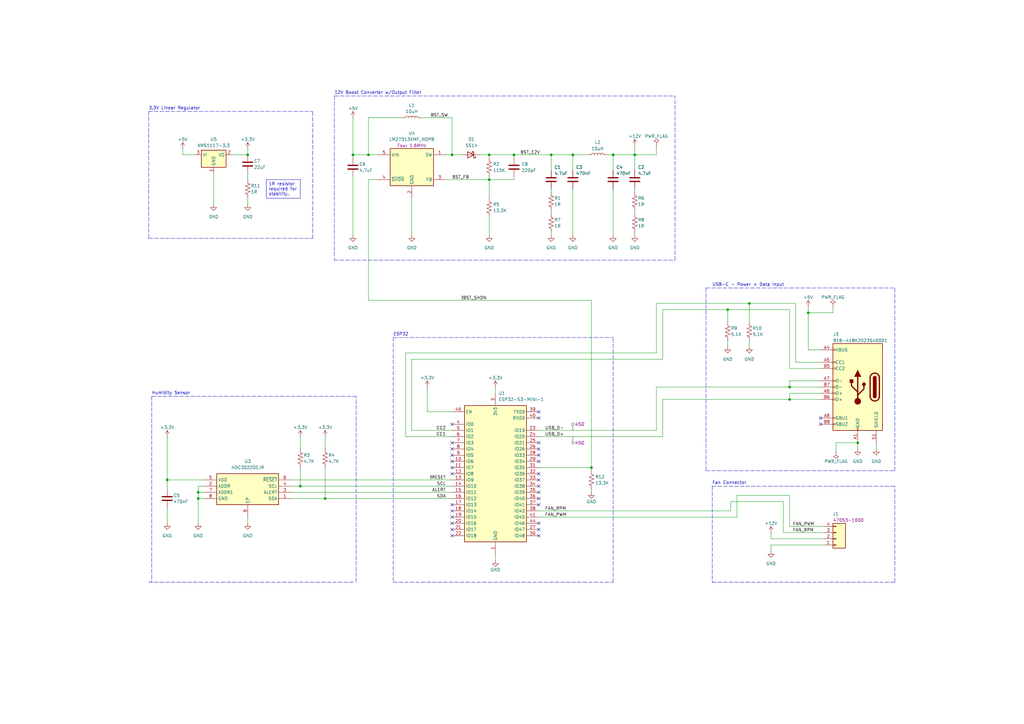
<source format=kicad_sch>
(kicad_sch (version 20231120) (generator "eeschema") (generator_version "8.0")
  (paper "A3")
  (title_block (title "Humidity Sensor Schematic") (date "2025-02-06") (rev "A") (comment 1 "A") (comment 2 "Initial Release") (comment 3 "2025-02-06") (comment 4 "-") (comment 5 "r.m") (comment 6 "2025-02-06") (comment 7 "000001-SCH-A"))
  (lib_symbols
    (symbol "Connector:USB_C_Receptacle_USB2.0_16P" (pin_names (offset 1.016))
      (property "Reference" "J" (at 0 22.225 0))
      (property "Value" "USB_C_Receptacle_USB2.0_16P" (at 0 19.685 0))
      (symbol "USB_C_Receptacle_USB2.0_16P_1_1"
        (pin passive line (at 0 -22.86 90) (length 5.08) (name "GND") (number "A1"))
        (pin passive line (at 0 -22.86 90) (length 5.08) hide (name "GND") (number "A12"))
        (pin passive line (at 15.24 15.24 180) (length 5.08) (name "VBUS") (number "A4"))
        (pin bidirectional line (at 15.24 10.16 180) (length 5.08) (name "CC1") (number "A5"))
        (pin bidirectional line (at 15.24 -2.54 180) (length 5.08) (name "D+") (number "A6"))
        (pin bidirectional line (at 15.24 2.54 180) (length 5.08) (name "D-") (number "A7"))
        (pin bidirectional line (at 15.24 -12.7 180) (length 5.08) (name "SBU1") (number "A8"))
        (pin passive line (at 15.24 15.24 180) (length 5.08) hide (name "VBUS") (number "A9"))
        (pin passive line (at 0 -22.86 90) (length 5.08) hide (name "GND") (number "B1"))
        (pin passive line (at 0 -22.86 90) (length 5.08) hide (name "GND") (number "B12"))
        (pin passive line (at 15.24 15.24 180) (length 5.08) hide (name "VBUS") (number "B4"))
        (pin bidirectional line (at 15.24 7.62 180) (length 5.08) (name "CC2") (number "B5"))
        (pin bidirectional line (at 15.24 -5.08 180) (length 5.08) (name "D+") (number "B6"))
        (pin bidirectional line (at 15.24 0 180) (length 5.08) (name "D-") (number "B7"))
        (pin bidirectional line (at 15.24 -15.24 180) (length 5.08) (name "SBU2") (number "B8"))
        (pin passive line (at 15.24 15.24 180) (length 5.08) hide (name "VBUS") (number "B9"))
        (pin passive line (at -7.62 -22.86 90) (length 5.08) (name "SHIELD") (number "S1"))
      )
    )
    (symbol "Device:C" (pin_numbers hide) (pin_names (offset 0.254))
      (property "Reference" "C" (at 0.635 2.54 0))
      (property "Value" "C" (at 0.635 -2.54 0))
      (symbol "C_1_1"
        (pin passive line (at 0 3.81 270) (length 2.794) (name "~") (number "1"))
        (pin passive line (at 0 -3.81 90) (length 2.794) (name "~") (number "2"))
      )
    )
    (symbol "Device:L" (pin_numbers hide) (pin_names (offset 1.016) hide)
      (property "Reference" "L" (at -1.27 0 90))
      (property "Value" "L" (at 1.905 0 90))
      (symbol "L_1_1"
        (pin passive line (at 0 3.81 270) (length 1.27) (name "1") (number "1"))
        (pin passive line (at 0 -3.81 90) (length 1.27) (name "2") (number "2"))
      )
    )
    (symbol "Device:R_US" (pin_numbers hide) (pin_names (offset 0))
      (property "Reference" "R" (at 2.54 0 90))
      (property "Value" "R_US" (at -2.54 0 90))
      (symbol "R_US_1_1"
        (pin passive line (at 0 3.81 270) (length 1.27) (name "~") (number "1"))
        (pin passive line (at 0 -3.81 90) (length 1.27) (name "~") (number "2"))
      )
    )
    (symbol "Diode:SS14" (pin_numbers hide) (pin_names (offset 1.016) hide)
      (property "Reference" "D" (at 0 2.54 0))
      (property "Value" "SS14" (at 0 -2.54 0))
      (symbol "SS14_1_1"
        (pin passive line (at -3.81 0 0) (length 2.54) (name "K") (number "1"))
        (pin passive line (at 3.81 0 180) (length 2.54) (name "A") (number "2"))
      )
    )
    (symbol "Regulator_Linear:AMS1117-3.3"
      (property "Reference" "U" (at -3.81 3.175 0))
      (property "Value" "AMS1117-3.3" (at 0 3.175 0))
      (symbol "AMS1117-3.3_1_1"
        (pin power_in line (at 0 -7.62 90) (length 2.54) (name "GND") (number "1"))
        (pin power_out line (at 7.62 0 180) (length 2.54) (name "VO") (number "2"))
        (pin power_in line (at -7.62 0 0) (length 2.54) (name "VI") (number "3"))
      )
    )
    (symbol "humidity-controller:Conn_01x04_Pin" (pin_names (offset 1.016) hide)
      (property "Reference" "J" (at -3.302 5.08 0))
      (property "MPN" "47053-1000" (at -0.508 -7.874 0))
      (symbol "Conn_01x04_Pin_1_1"
        (pin passive line (at 5.08 2.54 180) (length 3.81) (name "Pin_1") (number "1"))
        (pin passive line (at 5.08 0 180) (length 3.81) (name "Pin_2") (number "2"))
        (pin passive line (at 5.08 -2.54 180) (length 3.81) (name "Pin_3") (number "3"))
        (pin passive line (at 5.08 -5.08 180) (length 3.81) (name "Pin_4") (number "4"))
      )
    )
    (symbol "humidity-controller:ESP32-S3-MINI-1"
      (property "Reference" "U" (at -11.43 29.21 0))
      (property "Value" "ESP32-S3-MINI-1" (at 12.7 29.21 0))
      (symbol "ESP32-S3-MINI-1_1_1"
        (pin power_in line (at 0 -33.02 90) (length 5.08) (name "GND") (number "1"))
        (pin bidirectional line (at -17.78 5.08 0) (length 5.08) (name "IO6") (number "10"))
        (pin bidirectional line (at -17.78 2.54 0) (length 5.08) (name "IO7") (number "11"))
        (pin bidirectional line (at -17.78 0 0) (length 5.08) (name "IO8") (number "12"))
        (pin bidirectional line (at -17.78 -2.54 0) (length 5.08) (name "IO9") (number "13"))
        (pin bidirectional line (at -17.78 -5.08 0) (length 5.08) (name "IO10") (number "14"))
        (pin bidirectional line (at -17.78 -7.62 0) (length 5.08) (name "IO11") (number "15"))
        (pin bidirectional line (at -17.78 -10.16 0) (length 5.08) (name "IO12") (number "16"))
        (pin bidirectional line (at -17.78 -12.7 0) (length 5.08) (name "IO13") (number "17"))
        (pin bidirectional line (at -17.78 -15.24 0) (length 5.08) (name "IO14") (number "18"))
        (pin bidirectional line (at -17.78 -17.78 0) (length 5.08) (name "IO15") (number "19"))
        (pin passive line (at 0 -33.02 90) (length 5.08) hide (name "GND") (number "2"))
        (pin bidirectional line (at -17.78 -20.32 0) (length 5.08) (name "IO16") (number "20"))
        (pin bidirectional line (at -17.78 -22.86 0) (length 5.08) (name "IO17") (number "21"))
        (pin bidirectional line (at -17.78 -25.4 0) (length 5.08) (name "IO18") (number "22"))
        (pin bidirectional line (at 17.78 17.78 180) (length 5.08) (name "IO19") (number "23"))
        (pin bidirectional line (at 17.78 15.24 180) (length 5.08) (name "IO20") (number "24"))
        (pin bidirectional line (at 17.78 12.7 180) (length 5.08) (name "IO21") (number "25"))
        (pin bidirectional line (at 17.78 10.16 180) (length 5.08) (name "IO26") (number "26"))
        (pin bidirectional line (at 17.78 -22.86 180) (length 5.08) (name "IO47") (number "27"))
        (pin bidirectional line (at 17.78 7.62 180) (length 5.08) (name "IO33") (number "28"))
        (pin bidirectional line (at 17.78 5.08 180) (length 5.08) (name "IO34") (number "29"))
        (pin power_in line (at 0 33.02 270) (length 5.08) (name "3V3") (number "3"))
        (pin bidirectional line (at 17.78 -25.4 180) (length 5.08) (name "IO48") (number "30"))
        (pin bidirectional line (at 17.78 2.54 180) (length 5.08) (name "IO35") (number "31"))
        (pin bidirectional line (at 17.78 0 180) (length 5.08) (name "IO36") (number "32"))
        (pin bidirectional line (at 17.78 -2.54 180) (length 5.08) (name "IO37") (number "33"))
        (pin bidirectional line (at 17.78 -5.08 180) (length 5.08) (name "IO38") (number "34"))
        (pin bidirectional line (at 17.78 -7.62 180) (length 5.08) (name "IO39") (number "35"))
        (pin bidirectional line (at 17.78 -10.16 180) (length 5.08) (name "IO40") (number "36"))
        (pin bidirectional line (at 17.78 -12.7 180) (length 5.08) (name "IO41") (number "37"))
        (pin bidirectional line (at 17.78 -15.24 180) (length 5.08) (name "IO42") (number "38"))
        (pin bidirectional line (at 17.78 25.4 180) (length 5.08) (name "TXD0") (number "39"))
        (pin bidirectional line (at -17.78 20.32 0) (length 5.08) (name "IO0") (number "4"))
        (pin bidirectional line (at 17.78 22.86 180) (length 5.08) (name "RXD0") (number "40"))
        (pin bidirectional line (at 17.78 -17.78 180) (length 5.08) (name "IO45") (number "41"))
        (pin passive line (at 0 -33.02 90) (length 5.08) hide (name "GND") (number "42"))
        (pin passive line (at 0 -33.02 90) (length 5.08) hide (name "GND") (number "43"))
        (pin bidirectional line (at 17.78 -20.32 180) (length 5.08) (name "IO46") (number "44"))
        (pin input line (at -17.78 25.4 0) (length 5.08) (name "EN") (number "45"))
        (pin passive line (at 0 -33.02 90) (length 5.08) hide (name "GND") (number "46"))
        (pin passive line (at 0 -33.02 90) (length 5.08) hide (name "GND") (number "47"))
        (pin passive line (at 0 -33.02 90) (length 5.08) hide (name "GND") (number "48"))
        (pin passive line (at 0 -33.02 90) (length 5.08) hide (name "GND") (number "49"))
        (pin bidirectional line (at -17.78 17.78 0) (length 5.08) (name "IO1") (number "5"))
        (pin passive line (at 0 -33.02 90) (length 5.08) hide (name "GND") (number "50"))
        (pin passive line (at 0 -33.02 90) (length 5.08) hide (name "GND") (number "51"))
        (pin passive line (at 0 -33.02 90) (length 5.08) hide (name "GND") (number "52"))
        (pin passive line (at 0 -33.02 90) (length 5.08) hide (name "GND") (number "53"))
        (pin passive line (at 0 -33.02 90) (length 5.08) hide (name "GND") (number "54"))
        (pin passive line (at 0 -33.02 90) (length 5.08) hide (name "GND") (number "55"))
        (pin passive line (at 0 -33.02 90) (length 5.08) hide (name "GND") (number "56"))
        (pin passive line (at 0 -33.02 90) (length 5.08) hide (name "GND") (number "57"))
        (pin passive line (at 0 -33.02 90) (length 5.08) hide (name "GND") (number "58"))
        (pin passive line (at 0 -33.02 90) (length 5.08) hide (name "GND") (number "59"))
        (pin bidirectional line (at -17.78 15.24 0) (length 5.08) (name "IO2") (number "6"))
        (pin passive line (at 0 -33.02 90) (length 5.08) hide (name "GND") (number "60"))
        (pin passive line (at 0 -33.02 90) (length 5.08) hide (name "GND") (number "61"))
        (pin passive line (at 0 -33.02 90) (length 5.08) hide (name "GND") (number "62"))
        (pin passive line (at 0 -33.02 90) (length 5.08) hide (name "GND") (number "63"))
        (pin passive line (at 0 -33.02 90) (length 5.08) hide (name "GND") (number "64"))
        (pin passive line (at 0 -33.02 90) (length 5.08) hide (name "GND") (number "65"))
        (pin bidirectional line (at -17.78 12.7 0) (length 5.08) (name "IO3") (number "7"))
        (pin bidirectional line (at -17.78 10.16 0) (length 5.08) (name "IO4") (number "8"))
        (pin bidirectional line (at -17.78 7.62 0) (length 5.08) (name "IO5") (number "9"))
      )
    )
    (symbol "humidity-controller:HDC3020DEFR"
      (property "Reference" "U" (at 5.334 7.112 0))
      (property "Value" "HDC3020DEFR" (at 5.334 4.572 0))
      (symbol "HDC3020DEFR_1_1"
        (pin passive line (at 35.56 -7.62 180) (length 5.08) (name "SDA") (number "1"))
        (pin passive line (at 0 -2.54 0) (length 5.08) (name "ADDR") (number "2"))
        (pin passive line (at 35.56 -5.08 180) (length 5.08) (name "ALERT") (number "3"))
        (pin passive line (at 35.56 -2.54 180) (length 5.08) (name "SCL") (number "4"))
        (pin passive line (at 0 0 0) (length 5.08) (name "VDD") (number "5"))
        (pin passive line (at 35.56 0 180) (length 5.08) (name "~{RESET}") (number "6"))
        (pin passive line (at 0 -5.08 0) (length 5.08) (name "ADDR1") (number "7"))
        (pin passive line (at 0 -7.62 0) (length 5.08) (name "GND") (number "8"))
        (pin passive line (at 17.78 -15.24 90) (length 5.08) (name "EP") (number "9"))
      )
    )
    (symbol "humidity-controller:LM27313XMF_NOPB"
      (property "Reference" "U" (at 4.826 7.112 0))
      (property "Value" "LM27313XMF_NOPB" (at 4.826 4.826 0))
      (symbol "LM27313XMF_NOPB_1_1"
        (pin output line (at 27.94 0 180) (length 5.08) (name "SW") (number "1"))
        (pin passive line (at 13.97 -17.78 90) (length 5.08) (name "GND") (number "2"))
        (pin passive line (at 27.94 -10.16 180) (length 5.08) (name "FB") (number "3"))
        (pin passive line (at 0 -10.16 0) (length 5.08) (name "~{SHDN}") (number "4"))
        (pin input line (at 0 0 0) (length 5.08) (name "VIN") (number "5"))
      )
    )
    (symbol "power:+5V" (power) (pin_numbers hide) (pin_names (offset 0) hide)
      (property "Value" "+5V" (at 0 3.556 0))
      (symbol "+5V_1_1"
        (pin power_in line (at 0 0 90) (length 0) (name "~") (number "1"))
      )
    )
    (symbol "power:GND" (power) (pin_numbers hide) (pin_names (offset 0) hide)
      (property "Value" "GND" (at 0 -3.81 0))
      (symbol "GND_1_1"
        (pin power_in line (at 0 0 270) (length 0) (name "~") (number "1"))
      )
    )
    (symbol "power:PWR_FLAG" (power) (pin_numbers hide) (pin_names (offset 0) hide)
      (property "Value" "PWR_FLAG" (at 0 3.81 0))
      (symbol "PWR_FLAG_0_0"
        (pin power_out line (at 0 0 90) (length 0) (name "~") (number "1"))
      )
    )
  )
  (junction (at 260.35 63.5))
  (junction (at 123.19 199.39))
  (junction (at 81.28 201.93))
  (junction (at 323.85 158.75))
  (junction (at 251.46 63.5))
  (junction (at 351.79 181.61))
  (junction (at 210.82 63.5))
  (junction (at 226.06 63.5))
  (junction (at 151.13 63.5))
  (junction (at 101.6 63.5))
  (junction (at 307.34 124.46))
  (junction (at 200.66 73.66))
  (junction (at 242.57 191.77))
  (junction (at 81.28 204.47))
  (junction (at 133.35 204.47))
  (junction (at 234.95 63.5))
  (junction (at 68.58 196.85))
  (junction (at 331.47 128.27))
  (junction (at 323.85 163.83))
  (junction (at 185.42 63.5))
  (junction (at 200.66 63.5))
  (junction (at 144.78 63.5))
  (junction (at 298.45 127))
  (no_connect (at 220.98 184.15))
  (no_connect (at 185.42 207.01))
  (no_connect (at 185.42 191.77))
  (no_connect (at 185.42 181.61))
  (no_connect (at 336.55 173.99))
  (no_connect (at 220.98 186.69))
  (no_connect (at 220.98 204.47))
  (no_connect (at 220.98 214.63))
  (no_connect (at 185.42 214.63))
  (no_connect (at 220.98 171.45))
  (no_connect (at 220.98 219.71))
  (no_connect (at 185.42 209.55))
  (no_connect (at 220.98 168.91))
  (no_connect (at 220.98 194.31))
  (no_connect (at 336.55 171.45))
  (no_connect (at 220.98 201.93))
  (no_connect (at 185.42 212.09))
  (no_connect (at 185.42 173.99))
  (no_connect (at 220.98 217.17))
  (no_connect (at 220.98 207.01))
  (no_connect (at 185.42 217.17))
  (no_connect (at 185.42 194.31))
  (no_connect (at 220.98 196.85))
  (no_connect (at 185.42 189.23))
  (no_connect (at 220.98 181.61))
  (no_connect (at 185.42 219.71))
  (no_connect (at 185.42 184.15))
  (no_connect (at 185.42 186.69))
  (no_connect (at 220.98 199.39))
  (no_connect (at 220.98 189.23))
  (wire (pts (xy 269.24 144.78) (xy 269.24 124.46)))
  (wire (pts (xy 175.26 158.75) (xy 175.26 168.91)))
  (polyline (pts (xy 161.29 138.43) (xy 161.29 238.76)) (stroke (width 0) (type dash)))
  (wire (pts (xy 226.06 69.85) (xy 226.06 63.5)))
  (wire (pts (xy 323.85 203.2) (xy 323.85 215.9)))
  (wire (pts (xy 81.28 204.47) (xy 81.28 214.63)))
  (wire (pts (xy 251.46 63.5) (xy 251.46 69.85)))
  (wire (pts (xy 321.31 205.74) (xy 321.31 218.44)))
  (wire (pts (xy 307.34 139.7) (xy 307.34 142.24)))
  (wire (pts (xy 234.95 63.5) (xy 234.95 69.85)))
  (wire (pts (xy 271.78 127) (xy 298.45 127)))
  (wire (pts (xy 175.26 168.91) (xy 185.42 168.91)))
  (wire (pts (xy 81.28 201.93) (xy 81.28 204.47)))
  (polyline (pts (xy 292.1 199.39) (xy 292.1 238.76)) (stroke (width 0) (type dash)))
  (wire (pts (xy 166.37 179.07) (xy 185.42 179.07)))
  (wire (pts (xy 87.63 71.12) (xy 87.63 83.82)))
  (wire (pts (xy 210.82 73.66) (xy 200.66 73.66)))
  (wire (pts (xy 298.45 139.7) (xy 298.45 142.24)))
  (wire (pts (xy 123.19 191.77) (xy 123.19 199.39)))
  (wire (pts (xy 200.66 88.9) (xy 200.66 96.52)))
  (wire (pts (xy 168.91 147.32) (xy 271.78 147.32)))
  (wire (pts (xy 269.24 124.46) (xy 307.34 124.46)))
  (wire (pts (xy 83.82 199.39) (xy 81.28 199.39)))
  (wire (pts (xy 342.9 181.61) (xy 351.79 181.61)))
  (wire (pts (xy 298.45 127) (xy 298.45 132.08)))
  (wire (pts (xy 182.88 73.66) (xy 200.66 73.66)))
  (polyline (pts (xy 137.16 106.68) (xy 276.86 106.68)) (stroke (width 0) (type dash)))
  (wire (pts (xy 337.82 215.9) (xy 323.85 215.9)))
  (wire (pts (xy 337.82 220.98) (xy 316.23 220.98)))
  (polyline (pts (xy 276.86 106.68) (xy 276.86 39.37)) (stroke (width 0) (type dash)))
  (wire (pts (xy 220.98 176.53) (xy 269.24 176.53)))
  (wire (pts (xy 323.85 158.75) (xy 269.24 158.75)))
  (wire (pts (xy 81.28 199.39) (xy 81.28 201.93)))
  (polyline (pts (xy 292.1 199.39) (xy 367.03 199.39)) (stroke (width 0) (type dash)))
  (wire (pts (xy 74.93 63.5) (xy 80.01 63.5)))
  (wire (pts (xy 185.42 63.5) (xy 189.23 63.5)))
  (polyline (pts (xy 60.96 238.76) (xy 144.78 238.76)) (stroke (width 0) (type dash)))
  (wire (pts (xy 200.66 73.66) (xy 200.66 81.28)))
  (wire (pts (xy 226.06 95.25) (xy 226.06 96.52)))
  (wire (pts (xy 68.58 179.07) (xy 68.58 196.85)))
  (wire (pts (xy 234.95 63.5) (xy 241.3 63.5)))
  (wire (pts (xy 220.98 209.55) (xy 299.72 209.55)))
  (wire (pts (xy 299.72 205.74) (xy 321.31 205.74)))
  (wire (pts (xy 336.55 163.83) (xy 323.85 163.83)))
  (wire (pts (xy 196.85 63.5) (xy 200.66 63.5)))
  (wire (pts (xy 269.24 158.75) (xy 269.24 176.53)))
  (wire (pts (xy 133.35 191.77) (xy 133.35 204.47)))
  (wire (pts (xy 251.46 77.47) (xy 251.46 96.52)))
  (wire (pts (xy 210.82 63.5) (xy 210.82 64.77)))
  (polyline (pts (xy 367.03 238.76) (xy 367.03 199.39)) (stroke (width 0) (type dash)))
  (wire (pts (xy 68.58 200.66) (xy 68.58 196.85)))
  (polyline (pts (xy 161.29 238.76) (xy 251.46 238.76)) (stroke (width 0) (type dash)))
  (wire (pts (xy 144.78 48.26) (xy 144.78 63.5)))
  (wire (pts (xy 271.78 147.32) (xy 271.78 127)))
  (polyline (pts (xy 137.16 39.37) (xy 276.86 39.37)) (stroke (width 0) (type dash)))
  (wire (pts (xy 298.45 127) (xy 323.85 127)))
  (wire (pts (xy 203.2 229.87) (xy 203.2 227.33)))
  (wire (pts (xy 151.13 63.5) (xy 154.94 63.5)))
  (wire (pts (xy 101.6 81.28) (xy 101.6 83.82)))
  (wire (pts (xy 144.78 72.39) (xy 144.78 96.52)))
  (wire (pts (xy 337.82 218.44) (xy 321.31 218.44)))
  (wire (pts (xy 151.13 48.26) (xy 151.13 63.5)))
  (wire (pts (xy 226.06 87.63) (xy 226.06 86.36)))
  (wire (pts (xy 220.98 212.09) (xy 302.26 212.09)))
  (wire (pts (xy 323.85 158.75) (xy 323.85 156.21)))
  (wire (pts (xy 200.66 64.77) (xy 200.66 63.5)))
  (wire (pts (xy 302.26 212.09) (xy 302.26 203.2)))
  (wire (pts (xy 68.58 196.85) (xy 83.82 196.85)))
  (wire (pts (xy 166.37 144.78) (xy 166.37 179.07)))
  (wire (pts (xy 168.91 81.28) (xy 168.91 96.52)))
  (wire (pts (xy 260.35 77.47) (xy 260.35 78.74)))
  (wire (pts (xy 269.24 59.69) (xy 269.24 63.5)))
  (wire (pts (xy 331.47 143.51) (xy 331.47 128.27)))
  (wire (pts (xy 316.23 223.52) (xy 337.82 223.52)))
  (wire (pts (xy 151.13 123.19) (xy 242.57 123.19)))
  (wire (pts (xy 316.23 226.06) (xy 316.23 223.52)))
  (wire (pts (xy 119.38 199.39) (xy 123.19 199.39)))
  (polyline (pts (xy 289.56 118.11) (xy 367.03 118.11)) (stroke (width 0) (type dash)))
  (wire (pts (xy 210.82 63.5) (xy 226.06 63.5)))
  (wire (pts (xy 326.39 148.59) (xy 326.39 124.46)))
  (polyline (pts (xy 146.05 238.76) (xy 146.05 162.56)) (stroke (width 0) (type dash)))
  (polyline (pts (xy 161.29 138.43) (xy 251.46 138.43)) (stroke (width 0) (type dash)))
  (wire (pts (xy 172.72 48.26) (xy 185.42 48.26)))
  (wire (pts (xy 119.38 204.47) (xy 133.35 204.47)))
  (wire (pts (xy 341.63 125.73) (xy 341.63 128.27)))
  (wire (pts (xy 242.57 191.77) (xy 242.57 193.04)))
  (wire (pts (xy 226.06 77.47) (xy 226.06 78.74)))
  (wire (pts (xy 200.66 73.66) (xy 200.66 72.39)))
  (wire (pts (xy 359.41 181.61) (xy 359.41 184.15)))
  (wire (pts (xy 323.85 161.29) (xy 336.55 161.29)))
  (wire (pts (xy 269.24 63.5) (xy 260.35 63.5)))
  (polyline (pts (xy 289.56 193.04) (xy 367.03 193.04)) (stroke (width 0) (type dash)))
  (wire (pts (xy 81.28 204.47) (xy 83.82 204.47)))
  (wire (pts (xy 168.91 147.32) (xy 168.91 176.53)))
  (polyline (pts (xy 62.23 162.56) (xy 146.05 162.56)) (stroke (width 0) (type dash)))
  (polyline (pts (xy 137.16 39.37) (xy 137.16 106.68)) (stroke (width 0) (type dash)))
  (wire (pts (xy 203.2 158.75) (xy 203.2 161.29)))
  (wire (pts (xy 220.98 179.07) (xy 271.78 179.07)))
  (polyline (pts (xy 128.27 97.79) (xy 128.27 45.72)) (stroke (width 0) (type dash)))
  (wire (pts (xy 119.38 196.85) (xy 185.42 196.85)))
  (wire (pts (xy 101.6 212.09) (xy 101.6 214.63)))
  (wire (pts (xy 307.34 124.46) (xy 307.34 132.08)))
  (wire (pts (xy 260.35 96.52) (xy 260.35 95.25)))
  (wire (pts (xy 68.58 208.28) (xy 68.58 214.63)))
  (wire (pts (xy 101.6 63.5) (xy 101.6 60.96)))
  (wire (pts (xy 336.55 158.75) (xy 323.85 158.75)))
  (wire (pts (xy 248.92 63.5) (xy 251.46 63.5)))
  (wire (pts (xy 341.63 128.27) (xy 331.47 128.27)))
  (wire (pts (xy 83.82 201.93) (xy 81.28 201.93)))
  (wire (pts (xy 133.35 184.15) (xy 133.35 179.07)))
  (wire (pts (xy 302.26 203.2) (xy 323.85 203.2)))
  (wire (pts (xy 242.57 123.19) (xy 242.57 191.77)))
  (polyline (pts (xy 62.23 162.56) (xy 62.23 238.76)) (stroke (width 0) (type dash)))
  (wire (pts (xy 168.91 176.53) (xy 185.42 176.53)))
  (wire (pts (xy 133.35 204.47) (xy 185.42 204.47)))
  (wire (pts (xy 323.85 163.83) (xy 323.85 161.29)))
  (wire (pts (xy 323.85 151.13) (xy 336.55 151.13)))
  (wire (pts (xy 210.82 72.39) (xy 210.82 73.66)))
  (wire (pts (xy 323.85 156.21) (xy 336.55 156.21)))
  (wire (pts (xy 336.55 148.59) (xy 326.39 148.59)))
  (wire (pts (xy 101.6 71.12) (xy 101.6 73.66)))
  (wire (pts (xy 226.06 63.5) (xy 234.95 63.5)))
  (wire (pts (xy 144.78 64.77) (xy 144.78 63.5)))
  (polyline (pts (xy 60.96 45.72) (xy 128.27 45.72)) (stroke (width 0) (type dash)))
  (wire (pts (xy 119.38 201.93) (xy 185.42 201.93)))
  (polyline (pts (xy 251.46 238.76) (xy 251.46 138.43)) (stroke (width 0) (type dash)))
  (wire (pts (xy 123.19 199.39) (xy 185.42 199.39)))
  (wire (pts (xy 316.23 218.44) (xy 316.23 220.98)))
  (wire (pts (xy 242.57 200.66) (xy 242.57 201.93)))
  (wire (pts (xy 307.34 124.46) (xy 326.39 124.46)))
  (polyline (pts (xy 60.96 45.72) (xy 60.96 97.79)) (stroke (width 0) (type dash)))
  (wire (pts (xy 234.95 77.47) (xy 234.95 96.52)))
  (wire (pts (xy 260.35 59.69) (xy 260.35 63.5)))
  (polyline (pts (xy 289.56 118.11) (xy 289.56 193.04)) (stroke (width 0) (type dash)))
  (polyline (pts (xy 367.03 193.04) (xy 367.03 118.11)) (stroke (width 0) (type dash)))
  (polyline (pts (xy 60.96 97.79) (xy 128.27 97.79)) (stroke (width 0) (type dash)))
  (wire (pts (xy 151.13 73.66) (xy 151.13 123.19)))
  (wire (pts (xy 331.47 128.27) (xy 331.47 125.73)))
  (wire (pts (xy 299.72 209.55) (xy 299.72 205.74)))
  (wire (pts (xy 185.42 63.5) (xy 182.88 63.5)))
  (wire (pts (xy 144.78 63.5) (xy 151.13 63.5)))
  (wire (pts (xy 336.55 143.51) (xy 331.47 143.51)))
  (wire (pts (xy 271.78 163.83) (xy 271.78 179.07)))
  (wire (pts (xy 74.93 60.96) (xy 74.93 63.5)))
  (wire (pts (xy 151.13 73.66) (xy 154.94 73.66)))
  (wire (pts (xy 95.25 63.5) (xy 101.6 63.5)))
  (wire (pts (xy 166.37 144.78) (xy 269.24 144.78)))
  (wire (pts (xy 271.78 163.83) (xy 323.85 163.83)))
  (wire (pts (xy 342.9 185.42) (xy 342.9 181.61)))
  (wire (pts (xy 185.42 48.26) (xy 185.42 63.5)))
  (wire (pts (xy 251.46 63.5) (xy 260.35 63.5)))
  (wire (pts (xy 351.79 181.61) (xy 351.79 184.15)))
  (wire (pts (xy 200.66 63.5) (xy 210.82 63.5)))
  (wire (pts (xy 260.35 69.85) (xy 260.35 63.5)))
  (wire (pts (xy 220.98 191.77) (xy 242.57 191.77)))
  (wire (pts (xy 260.35 86.36) (xy 260.35 87.63)))
  (polyline (pts (xy 292.1 238.76) (xy 367.03 238.76)) (stroke (width 0) (type dash)))
  (wire (pts (xy 123.19 179.07) (xy 123.19 184.15)))
  (wire (pts (xy 165.1 48.26) (xy 151.13 48.26)))
  (wire (pts (xy 323.85 127) (xy 323.85 151.13)))
  (text_box "1R resistor required for stability." (at 109.22 73.66 0) (size 13.97 7.62) (effects (font (size 1.27 1.27)) (justify left top)))
  (text "Humidity Sensor" (at 62.23 161.29 0) (effects (font (size 1.27 1.27)) (justify left)))
  (text "3.3V Linear Regulator" (at 60.96 44.45 0) (effects (font (size 1.27 1.27)) (justify left)))
  (text "USB-C - Power + Data Input" (at 292.1 116.84 0) (effects (font (size 1.27 1.27)) (justify left)))
  (text "ESP32" (at 161.29 137.16 0) (effects (font (size 1.27 1.27)) (justify left)))
  (text "Fan Connector" (at 292.1 198.12 0) (effects (font (size 1.27 1.27)) (justify left)))
  (text "12V Boost Converter w/Output Filter" (at 137.16 38.1 0) (effects (font (size 1.27 1.27)) (justify left)))
  (label "SDA" (at 182.88 204.47 180))
  (label "BST_FB" (at 185.42 73.66 0))
  (label "USB_D+" (at 223.52 179.07 0))
  (label "USB_D-" (at 223.52 176.53 0))
  (label "CC2" (at 182.88 176.53 180))
  (label "!BST_SHDN" (at 189.23 123.19 0))
  (label "!RESET" (at 182.88 196.85 180))
  (label "FAN_PWM" (at 325.12 215.9 0))
  (label "ALERT" (at 182.88 201.93 180))
  (label "SCL" (at 182.88 199.39 180))
  (label "CC1" (at 182.88 179.07 180))
  (label "FAN_RPM" (at 223.52 209.55 0))
  (label "BST_SW" (at 176.53 48.26 0))
  (label "FAN_PWM" (at 223.52 212.09 0))
  (label "BST_12V" (at 213.36 63.5 0))
  (label "FAN_RPM" (at 325.12 218.44 0))
  (netclass_flag "" (length 2.54) (shape round) (at 234.95 179.07 180) (property "Netclass" "45Ω" (at 235.6485 181.61 0) (effects (font (italic yes)) (justify left))))
  (netclass_flag "" (length 2.54) (shape round) (at 234.95 176.53 0) (property "Netclass" "45Ω" (at 235.6485 173.99 0) (effects (font (italic yes)) (justify left))))
  (symbol (lib_id "Device:R_US") (at 226.06 82.55 180) (unit 1)
    (property "Reference" "R1" (at 227.33 81.28 0) (effects (justify right)))
    (property "Value" "1R" (at 227.33 83.82 0) (effects (justify right)))
    (property "Footprint" "Capacitor_SMD:C_0603_1608Metric" (effects (hide yes)))
    (property "Datasheet" "https://www.lcsc.com/datasheet/lcsc_datasheet_2206010130_UNI-ROYAL-Uniroyal-Elec-0603WAF100KT5E_C22936.pdf" (effects (hide yes)))
    (property "Description" "Resistor 1R 0603" (effects (hide yes)))
    (property "JLCPCB Part #" "C22936" (effects (hide yes)))
    (property "MF" "UNI-ROYAL(Uniroyal Elec)" (effects (hide yes)))
    (property "MPN" "0603WAF100KT5E" (effects (hide yes)))
  )
  (symbol (lib_id "Device:R_US") (at 133.35 187.96 0) (unit 1)
    (property "Reference" "R4" (at 134.62 186.69 0) (effects (justify left)))
    (property "Value" "4.7K" (at 134.62 189.23 0) (effects (justify left)))
    (property "Footprint" "Resistor_SMD:R_0402_1005Metric" (effects (hide yes)))
    (property "Datasheet" "https://www.lcsc.com/datasheet/lcsc_datasheet_2206010045_UNI-ROYAL-Uniroyal-Elec-0402WGF4701TCE_C25900.pdf" (effects (hide yes)))
    (property "Description" "Resistor 4.7K 0402" (effects (hide yes)))
    (property "JLCPCB Part #" "C25900" (effects (hide yes)))
    (property "MF" "UNI-ROYAL(Uniroyal Elec)" (effects (hide yes)))
    (property "MPN" "0402WGF4701TCE" (effects (hide yes)))
  )
  (symbol (lib_id "Device:C") (at 144.78 68.58 0) (unit 1)
    (property "Reference" "C6" (at 147.32 67.31 0) (effects (justify left)))
    (property "Value" "4.7uF" (at 147.32 69.85 0) (effects (justify left)))
    (property "Footprint" "Capacitor_SMD:C_1206_3216Metric" (effects (hide yes)))
    (property "Datasheet" "https://www.lcsc.com/datasheet/lcsc_datasheet_2304140030_FH--Guangdong-Fenghua-Advanced-Tech-1206B475K500NT_C29823.pdf" (effects (hide yes)))
    (property "Description" "MLCC 4.7uF X7R 50V 1206" (effects (hide yes)))
    (property "JLCPCB Part #" "C29823" (effects (hide yes)))
    (property "MF" "FH (Guangdong Fenghua Advanced Tech)" (effects (hide yes)))
    (property "MPN" "1206B475K500NT" (effects (hide yes)))
  )
  (symbol (lib_id "Diode:SS14") (at 193.04 63.5 180) (unit 1)
    (property "Reference" "D1" (at 193.3575 57.15 0))
    (property "Value" "SS14" (at 193.3575 59.69 0))
    (property "Footprint" "Diode_SMD:D_SMA" (effects (hide yes)))
    (property "Datasheet" "https://www.vishay.com/docs/88746/ss12.pdf" (effects (hide yes)))
    (property "Description" "40V 1A Schottky Diode, SMA" (effects (hide yes)))
    (property "JLCPCB Part #" "C2480" (effects (hide yes)))
    (property "MF" "SS14" (effects (hide yes)))
    (property "MPN" " MDD(Microdiode Semiconductor)" (effects (hide yes)))
  )
  (symbol (lib_id "Device:C") (at 68.58 204.47 0) (unit 1)
    (property "Reference" "C5" (at 71.12 203.2 0) (effects (justify left)))
    (property "Value" "470nF" (at 71.12 205.74 0) (effects (justify left)))
    (property "Footprint" "Capacitor_SMD:C_0603_1608Metric" (effects (hide yes)))
    (property "Datasheet" "https://www.lcsc.com/datasheet/lcsc_datasheet_2304140030_Samsung-Electro-Mechanics-CL10B474KA8NNNC_C1623.pdf" (effects (hide yes)))
    (property "Description" "MLCC 470nF 25V X7R 0603" (effects (hide yes)))
    (property "JLCPCB Part #" "C1623" (effects (hide yes)))
    (property "MF" "Samsung Electro-Mechanics" (effects (hide yes)))
    (property "MPN" "CL10B474KA8NNNC" (effects (hide yes)))
  )
  (symbol (lib_id "power:GND") (at 200.66 96.52 0) (unit 1)
    (property "Reference" "#PWR05" (effects (hide yes)))
    (property "Value" "GND" (at 200.66 101.6 0))
    (property "Description" "Power symbol creates a global label with name \"GND\" , ground" (effects (hide yes)))
  )
  (symbol (lib_id "Device:L") (at 168.91 48.26 90) (unit 1)
    (property "Reference" "L1" (at 168.91 43.18 90))
    (property "Value" "10uH" (at 168.91 45.72 90))
    (property "Footprint" "Inductor_SMD:L_Sunlord_SWPA3015S" (effects (hide yes)))
    (property "Datasheet" "https://www.lcsc.com/datasheet/lcsc_datasheet_2310251550_Sunlord-SWPA3015S100MT_C45403.pdf" (effects (hide yes)))
    (property "Description" "Inductor 10uH 1.2A Isat" (effects (hide yes)))
    (property "MF" "Sunlord" (effects (hide yes)))
    (property "MPN" "SWPA3015S100MT" (effects (hide yes)))
    (property "JLCPCB Part #" "C45403" (effects (hide yes)))
  )
  (symbol (lib_id "humidity-controller:LM27313XMF_NOPB") (at 154.94 63.5 0) (unit 1)
    (property "Reference" "U4" (at 168.91 54.61 0))
    (property "Value" "LM27313XMF_NOPB" (at 168.91 57.15 0))
    (property "Footprint" "SOT95P280X145-5N" (effects (hide yes)))
    (property "Datasheet" "http://www.ti.com/lit/gpn/lm27313" (effects (hide yes)))
    (property "Description" "1.6 MHz Boost Converter With 30V Internal FET Switch in SOT-23" (effects (hide yes)))
    (property "MF" "Texas Instruments" (effects (hide yes)))
    (property "MPN" "LM27313XMF/NOPB" (effects (hide yes)))
    (property "JLCPCB Part #" "C32355" (effects (hide yes)))
    (property "Fsw" "1.6MHz" (at 168.91 59.69 0) (show_name yes))
  )
  (symbol (lib_id "humidity-controller:ESP32-S3-MINI-1") (at 203.2 194.31 0) (unit 1)
    (property "Reference" "U1" (at 204.47 161.29 0) (effects (justify left)))
    (property "Value" "ESP32-S3-MINI-1" (at 204.47 163.83 0) (effects (justify left)))
    (property "Footprint" "RF_Module:ESP32-S2-MINI-1" (effects (hide yes)))
    (property "Datasheet" "https://www.espressif.com/sites/default/files/documentation/esp32-s3-mini-1_mini-1u_datasheet_en.pdf" (effects (hide yes)))
    (property "Description" "RF Module, ESP32-S3 SoC, Wi-Fi 802.11b/g/n, Bluetooth, BLE, 32-bit, 3.3V, SMD, onboard antenna" (effects (hide yes)))
    (property "JLCPCB Part #" "C2913206" (effects (hide yes)))
    (property "MF" "Espressif Systems" (effects (hide yes)))
    (property "MPN" "ESP32-S3-MINI-1-N8" (effects (hide yes)))
  )
  (symbol (lib_id "Device:C") (at 226.06 73.66 0) (unit 1)
    (property "Reference" "C1" (at 227.33 68.58 0) (effects (justify left)))
    (property "Value" "4.7uF" (at 227.33 71.12 0) (effects (justify left)))
    (property "Footprint" "Capacitor_SMD:C_1206_3216Metric" (effects (hide yes)))
    (property "Datasheet" "https://www.lcsc.com/datasheet/lcsc_datasheet_2304140030_FH--Guangdong-Fenghua-Advanced-Tech-1206B475K500NT_C29823.pdf" (effects (hide yes)))
    (property "Description" "MLCC 4.7uF X7R 50V 1206" (effects (hide yes)))
    (property "JLCPCB Part #" "C29823" (effects (hide yes)))
    (property "MF" "FH (Guangdong Fenghua Advanced Tech)" (effects (hide yes)))
    (property "MPN" "1206B475K500NT" (effects (hide yes)))
  )
  (symbol (lib_id "power:+5V") (at 123.19 179.07 0) (unit 1)
    (property "Reference" "#PWR010" (effects (hide yes)))
    (property "Value" "+3.3V" (at 123.19 175.26 0))
    (property "Description" "Power symbol creates a global label with name \"+5V\"" (effects (hide yes)))
  )
  (symbol (lib_id "power:GND") (at 359.41 184.15 0) (unit 1)
    (property "Reference" "#PWR029" (effects (hide yes)))
    (property "Value" "GND" (at 359.41 189.23 0))
    (property "Description" "Power symbol creates a global label with name \"GND\" , ground" (effects (hide yes)))
  )
  (symbol (lib_id "humidity-controller:Conn_01x04_Pin") (at 342.9 220.98 180) (unit 1)
    (property "Reference" "J1" (at 341.63 210.82 0) (effects (justify right)))
    (property "Value" "Conn_01x04_Pin" (effects (hide yes)))
    (property "Footprint" "humidity-controller:470531000" (effects (hide yes)))
    (property "Description" "KK 254 Vertical Header, with Friction Lock, 4 Circuits" (effects (hide yes)))
    (property "MPN" "47053-1000" (at 341.63 213.36 0) (effects (justify right)))
    (property "MF" "Molex" (effects (hide yes)))
    (property "JLCPCB Part #" "C240840" (effects (hide yes)))
  )
  (symbol (lib_id "Device:R_US") (at 200.66 85.09 0) (unit 1)
    (property "Reference" "R5" (at 202.184 83.82 0) (effects (justify left)))
    (property "Value" "13.3K" (at 202.184 86.36 0) (effects (justify left)))
    (property "Footprint" "Resistor_SMD:R_0402_1005Metric" (effects (hide yes)))
    (property "Datasheet" "https://www.lcsc.com/datasheet/lcsc_datasheet_2205312316_UNI-ROYAL-Uniroyal-Elec-0402WGF1332TCE_C122547.pdf" (effects (hide yes)))
    (property "Description" "Resistor 13.3K 0402" (effects (hide yes)))
    (property "JLCPCB Part #" "C122547" (effects (hide yes)))
    (property "MF" "UNI-ROYAL(Uniroyal Elec)" (effects (hide yes)))
    (property "MPN" "0402WGF1332TCE" (effects (hide yes)))
  )
  (symbol (lib_id "Device:R_US") (at 123.19 187.96 0) (unit 1)
    (property "Reference" "R3" (at 124.46 186.69 0) (effects (justify left)))
    (property "Value" "4.7K" (at 124.46 189.23 0) (effects (justify left)))
    (property "Footprint" "Resistor_SMD:R_0402_1005Metric" (effects (hide yes)))
    (property "Datasheet" "https://www.lcsc.com/datasheet/lcsc_datasheet_2206010045_UNI-ROYAL-Uniroyal-Elec-0402WGF4701TCE_C25900.pdf" (effects (hide yes)))
    (property "Description" "Resistor 4.7K 0402" (effects (hide yes)))
    (property "JLCPCB Part #" "C25900" (effects (hide yes)))
    (property "MF" "UNI-ROYAL(Uniroyal Elec)" (effects (hide yes)))
    (property "MPN" "0402WGF4701TCE" (effects (hide yes)))
  )
  (symbol (lib_id "Device:C") (at 251.46 73.66 0) (unit 1)
    (property "Reference" "C4" (at 252.73 68.58 0) (effects (justify left)))
    (property "Value" "470nF" (at 252.73 71.12 0) (effects (justify left)))
    (property "Footprint" "Capacitor_SMD:C_0603_1608Metric" (effects (hide yes)))
    (property "Datasheet" "https://www.lcsc.com/datasheet/lcsc_datasheet_2304140030_Samsung-Electro-Mechanics-CL10B474KA8NNNC_C1623.pdf" (effects (hide yes)))
    (property "Description" "MLCC 470nF 25V X7R 0603" (effects (hide yes)))
    (property "JLCPCB Part #" "C1623" (effects (hide yes)))
    (property "MF" "Samsung Electro-Mechanics" (effects (hide yes)))
    (property "MPN" "CL10B474KA8NNNC" (effects (hide yes)))
  )
  (symbol (lib_id "Device:L") (at 245.11 63.5 90) (unit 1)
    (property "Reference" "L2" (at 245.11 58.42 90))
    (property "Value" "10uH" (at 245.11 60.96 90))
    (property "Footprint" "Inductor_SMD:L_Sunlord_SWPA3015S" (effects (hide yes)))
    (property "Datasheet" "https://www.lcsc.com/datasheet/lcsc_datasheet_2310251550_Sunlord-SWPA3015S100MT_C45403.pdf" (effects (hide yes)))
    (property "Description" "Inductor 10uH 1.2A Isat" (effects (hide yes)))
    (property "MF" "Sunlord" (effects (hide yes)))
    (property "MPN" "SWPA3015S100MT" (effects (hide yes)))
    (property "JLCPCB Part #" "C45403" (effects (hide yes)))
  )
  (symbol (lib_id "power:GND") (at 68.58 214.63 0) (unit 1)
    (property "Reference" "#PWR08" (effects (hide yes)))
    (property "Value" "GND" (at 68.58 219.71 0))
    (property "Description" "Power symbol creates a global label with name \"GND\" , ground" (effects (hide yes)))
  )
  (symbol (lib_id "Device:R_US") (at 200.66 68.58 0) (unit 1)
    (property "Reference" "R2" (at 202.184 67.31 0) (effects (justify left)))
    (property "Value" "115K" (at 202.184 69.85 0) (effects (justify left)))
    (property "Footprint" "Resistor_SMD:R_0402_1005Metric" (effects (hide yes)))
    (property "Datasheet" "https://www.lcsc.com/datasheet/lcsc_datasheet_2206010100_UNI-ROYAL-Uniroyal-Elec-0402WGF1153TCE_C25747.pdf" (effects (hide yes)))
    (property "Description" "Resistor 115K 0402" (effects (hide yes)))
    (property "JLCPCB Part #" "C25747" (effects (hide yes)))
    (property "MPN" "0402WGF1153TCE" (effects (hide yes)))
    (property "MF" "UNI-ROYAL(Uniroyal Elec)" (effects (hide yes)))
  )
  (symbol (lib_id "Connector:USB_C_Receptacle_USB2.0_16P") (at 351.79 158.75 0) (mirror y) (unit 1)
    (property "Reference" "J3" (at 341.63 137.16 0) (effects (justify right)))
    (property "Value" "918-418K2023S40001" (at 341.63 139.7 0) (effects (justify right)))
    (property "Footprint" "Connector_USB:USB_C_Receptacle_GCT_USB4105-xx-A_16P_TopMnt_Horizontal" (effects (hide yes)))
    (property "Datasheet" "https://www.usb.org/sites/default/files/documents/usb_type-c.zip" (effects (hide yes)))
    (property "Description" "USB 2.0-only 16P Type-C Receptacle connector" (effects (hide yes)))
    (property "JLCPCB Part #" "C167321" (effects (hide yes)))
    (property "MF" "Jing" (effects (hide yes)))
    (property "MPN" "918-418K2023S40001" (effects (hide yes)))
  )
  (symbol (lib_id "Device:R_US") (at 298.45 135.89 0) (unit 1)
    (property "Reference" "R9" (at 299.72 134.62 0) (effects (justify left)))
    (property "Value" "5.1K" (at 299.72 137.16 0) (effects (justify left)))
    (property "Footprint" "Resistor_SMD:R_0402_1005Metric" (effects (hide yes)))
    (property "Datasheet" "https://www.lcsc.com/datasheet/lcsc_datasheet_2206010045_UNI-ROYAL-Uniroyal-Elec-0402WGF5101TCE_C25905.pdf" (effects (hide yes)))
    (property "Description" "Resistor 5.1K 0402" (effects (hide yes)))
    (property "JLCPCB Part #" "C25905" (effects (hide yes)))
    (property "MPN" "0402WGF5101TCE" (effects (hide yes)))
    (property "MF" "UNI-ROYAL(Uniroyal Elec)" (effects (hide yes)))
  )
  (symbol (lib_id "Device:R_US") (at 101.6 77.47 180) (unit 1)
    (property "Reference" "R11" (at 102.87 76.2 0) (effects (justify right)))
    (property "Value" "1R" (at 102.87 78.74 0) (effects (justify right)))
    (property "Footprint" "Capacitor_SMD:C_0603_1608Metric" (effects (hide yes)))
    (property "Datasheet" "https://www.lcsc.com/datasheet/lcsc_datasheet_2206010130_UNI-ROYAL-Uniroyal-Elec-0603WAF100KT5E_C22936.pdf" (effects (hide yes)))
    (property "Description" "Resistor 1R 0603" (effects (hide yes)))
    (property "JLCPCB Part #" "C22936" (effects (hide yes)))
    (property "MF" "UNI-ROYAL(Uniroyal Elec)" (effects (hide yes)))
    (property "MPN" "0603WAF100KT5E" (effects (hide yes)))
  )
  (symbol (lib_id "power:GND") (at 307.34 142.24 0) (unit 1)
    (property "Reference" "#PWR022" (effects (hide yes)))
    (property "Value" "GND" (at 307.34 147.32 0))
    (property "Description" "Power symbol creates a global label with name \"GND\" , ground" (effects (hide yes)))
  )
  (symbol (lib_id "power:GND") (at 351.79 184.15 0) (unit 1)
    (property "Reference" "#PWR016" (effects (hide yes)))
    (property "Value" "GND" (at 351.79 189.23 0))
    (property "Description" "Power symbol creates a global label with name \"GND\" , ground" (effects (hide yes)))
  )
  (symbol (lib_id "Device:R_US") (at 260.35 91.44 180) (unit 1)
    (property "Reference" "R8" (at 261.62 90.17 0) (effects (justify right)))
    (property "Value" "1R" (at 261.62 92.71 0) (effects (justify right)))
    (property "Footprint" "Capacitor_SMD:C_0603_1608Metric" (effects (hide yes)))
    (property "Datasheet" "https://www.lcsc.com/datasheet/lcsc_datasheet_2206010130_UNI-ROYAL-Uniroyal-Elec-0603WAF100KT5E_C22936.pdf" (effects (hide yes)))
    (property "Description" "Resistor 1R 0603" (effects (hide yes)))
    (property "JLCPCB Part #" "C22936" (effects (hide yes)))
    (property "MF" "UNI-ROYAL(Uniroyal Elec)" (effects (hide yes)))
    (property "MPN" "0603WAF100KT5E" (effects (hide yes)))
  )
  (symbol (lib_id "Device:R_US") (at 307.34 135.89 0) (unit 1)
    (property "Reference" "R10" (at 308.61 134.62 0) (effects (justify left)))
    (property "Value" "5.1K" (at 308.61 137.16 0) (effects (justify left)))
    (property "Footprint" "Resistor_SMD:R_0402_1005Metric" (effects (hide yes)))
    (property "Datasheet" "https://www.lcsc.com/datasheet/lcsc_datasheet_2206010045_UNI-ROYAL-Uniroyal-Elec-0402WGF5101TCE_C25905.pdf" (effects (hide yes)))
    (property "Description" "Resistor 5.1K 0402" (effects (hide yes)))
    (property "JLCPCB Part #" "C25905" (effects (hide yes)))
    (property "MPN" "0402WGF5101TCE" (effects (hide yes)))
    (property "MF" "UNI-ROYAL(Uniroyal Elec)" (effects (hide yes)))
  )
  (symbol (lib_id "power:+5V") (at 203.2 158.75 0) (unit 1)
    (property "Reference" "#PWR06" (effects (hide yes)))
    (property "Value" "+3.3V" (at 203.2 154.94 0))
    (property "Description" "Power symbol creates a global label with name \"+5V\"" (effects (hide yes)))
  )
  (symbol (lib_id "Device:C") (at 101.6 67.31 0) (unit 1)
    (property "Reference" "C7" (at 104.14 66.04 0) (effects (justify left)))
    (property "Value" "22uF" (at 104.14 68.58 0) (effects (justify left)))
    (property "Footprint" "Capacitor_SMD:C_0603_1608Metric" (effects (hide yes)))
    (property "Datasheet" "https://jlcpcb.com/api/file/downloadByFileSystemAccessId/8555544417670705152" (effects (hide yes)))
    (property "Description" "MLCC 4.7uF X5R 6.3V 0603" (effects (hide yes)))
    (property "JLCPCB Part #" "C59461" (effects (hide yes)))
    (property "MF" "Samsung Electro-Mechanics" (effects (hide yes)))
    (property "MPN" "CL10A226MQ8NRNC" (effects (hide yes)))
  )
  (symbol (lib_id "power:+5V") (at 331.47 125.73 0) (unit 1)
    (property "Reference" "#PWR018" (effects (hide yes)))
    (property "Value" "+5V" (at 331.47 121.92 0))
    (property "Description" "Power symbol creates a global label with name \"+5V\"" (effects (hide yes)))
  )
  (symbol (lib_id "power:GND") (at 101.6 214.63 0) (unit 1)
    (property "Reference" "#PWR09" (effects (hide yes)))
    (property "Value" "GND" (at 101.6 219.71 0))
    (property "Description" "Power symbol creates a global label with name \"GND\" , ground" (effects (hide yes)))
  )
  (symbol (lib_id "Device:C") (at 260.35 73.66 0) (unit 1)
    (property "Reference" "C2" (at 261.62 68.58 0) (effects (justify left)))
    (property "Value" "4.7uF" (at 261.62 71.12 0) (effects (justify left)))
    (property "Footprint" "Capacitor_SMD:C_1206_3216Metric" (effects (hide yes)))
    (property "Datasheet" "https://www.lcsc.com/datasheet/lcsc_datasheet_2304140030_FH--Guangdong-Fenghua-Advanced-Tech-1206B475K500NT_C29823.pdf" (effects (hide yes)))
    (property "Description" "MLCC 4.7uF X7R 50V 1206" (effects (hide yes)))
    (property "JLCPCB Part #" "C29823" (effects (hide yes)))
    (property "MF" "FH (Guangdong Fenghua Advanced Tech)" (effects (hide yes)))
    (property "MPN" "1206B475K500NT" (effects (hide yes)))
  )
  (symbol (lib_id "power:+5V") (at 175.26 158.75 0) (unit 1)
    (property "Reference" "#PWR07" (effects (hide yes)))
    (property "Value" "+3.3V" (at 175.26 154.94 0))
    (property "Description" "Power symbol creates a global label with name \"+5V\"" (effects (hide yes)))
  )
  (symbol (lib_id "power:GND") (at 144.78 96.52 0) (unit 1)
    (property "Reference" "#PWR03" (effects (hide yes)))
    (property "Value" "GND" (at 144.78 101.6 0))
    (property "Description" "Power symbol creates a global label with name \"GND\" , ground" (effects (hide yes)))
  )
  (symbol (lib_id "power:+5V") (at 316.23 218.44 0) (mirror y) (unit 1)
    (property "Reference" "#PWR015" (effects (hide yes)))
    (property "Value" "+12V" (at 316.23 214.63 0))
    (property "Description" "Power symbol creates a global label with name \"+5V\"" (effects (hide yes)))
  )
  (symbol (lib_id "power:+5V") (at 101.6 60.96 0) (unit 1)
    (property "Reference" "#PWR023" (effects (hide yes)))
    (property "Value" "+3.3V" (at 101.6 57.15 0))
    (property "Description" "Power symbol creates a global label with name \"+5V\"" (effects (hide yes)))
  )
  (symbol (lib_id "power:PWR_FLAG") (at 342.9 185.42 180) (unit 1)
    (property "Reference" "#FLG02" (effects (hide yes)))
    (property "Value" "PWR_FLAG" (at 342.9 189.23 0))
    (property "Description" "Special symbol for telling ERC where power comes from" (effects (hide yes)))
  )
  (symbol (lib_id "power:GND") (at 226.06 96.52 0) (unit 1)
    (property "Reference" "#PWR04" (effects (hide yes)))
    (property "Value" "GND" (at 226.06 101.6 0))
    (property "Description" "Power symbol creates a global label with name \"GND\" , ground" (effects (hide yes)))
  )
  (symbol (lib_id "power:+5V") (at 74.93 60.96 0) (unit 1)
    (property "Reference" "#PWR020" (effects (hide yes)))
    (property "Value" "+5V" (at 74.93 57.15 0))
    (property "Description" "Power symbol creates a global label with name \"+5V\"" (effects (hide yes)))
  )
  (symbol (lib_id "power:GND") (at 168.91 96.52 0) (unit 1)
    (property "Reference" "#PWR028" (effects (hide yes)))
    (property "Value" "GND" (at 168.91 101.6 0))
    (property "Description" "Power symbol creates a global label with name \"GND\" , ground" (effects (hide yes)))
  )
  (symbol (lib_id "power:GND") (at 260.35 96.52 0) (unit 1)
    (property "Reference" "#PWR012" (effects (hide yes)))
    (property "Value" "GND" (at 260.35 101.6 0))
    (property "Description" "Power symbol creates a global label with name \"GND\" , ground" (effects (hide yes)))
  )
  (symbol (lib_id "power:GND") (at 298.45 142.24 0) (unit 1)
    (property "Reference" "#PWR021" (effects (hide yes)))
    (property "Value" "GND" (at 298.45 147.32 0))
    (property "Description" "Power symbol creates a global label with name \"GND\" , ground" (effects (hide yes)))
  )
  (symbol (lib_id "power:GND") (at 234.95 96.52 0) (unit 1)
    (property "Reference" "#PWR013" (effects (hide yes)))
    (property "Value" "GND" (at 234.95 101.6 0))
    (property "Description" "Power symbol creates a global label with name \"GND\" , ground" (effects (hide yes)))
  )
  (symbol (lib_id "Device:R_US") (at 226.06 91.44 180) (unit 1)
    (property "Reference" "R7" (at 227.33 90.17 0) (effects (justify right)))
    (property "Value" "1R" (at 227.33 92.71 0) (effects (justify right)))
    (property "Footprint" "Capacitor_SMD:C_0603_1608Metric" (effects (hide yes)))
    (property "Datasheet" "https://www.lcsc.com/datasheet/lcsc_datasheet_2206010130_UNI-ROYAL-Uniroyal-Elec-0603WAF100KT5E_C22936.pdf" (effects (hide yes)))
    (property "Description" "Resistor 1R 0603" (effects (hide yes)))
    (property "JLCPCB Part #" "C22936" (effects (hide yes)))
    (property "MF" "UNI-ROYAL(Uniroyal Elec)" (effects (hide yes)))
    (property "MPN" "0603WAF100KT5E" (effects (hide yes)))
  )
  (symbol (lib_id "power:+5V") (at 133.35 179.07 0) (unit 1)
    (property "Reference" "#PWR011" (effects (hide yes)))
    (property "Value" "+3.3V" (at 133.35 175.26 0))
    (property "Description" "Power symbol creates a global label with name \"+5V\"" (effects (hide yes)))
  )
  (symbol (lib_id "power:GND") (at 87.63 83.82 0) (unit 1)
    (property "Reference" "#PWR019" (effects (hide yes)))
    (property "Value" "GND" (at 87.63 88.9 0))
    (property "Description" "Power symbol creates a global label with name \"GND\" , ground" (effects (hide yes)))
  )
  (symbol (lib_id "Device:R_US") (at 242.57 196.85 0) (unit 1)
    (property "Reference" "R12" (at 244.094 195.58 0) (effects (justify left)))
    (property "Value" "13.3K" (at 244.094 198.12 0) (effects (justify left)))
    (property "Footprint" "Resistor_SMD:R_0402_1005Metric" (effects (hide yes)))
    (property "Datasheet" "https://www.lcsc.com/datasheet/lcsc_datasheet_2205312316_UNI-ROYAL-Uniroyal-Elec-0402WGF1332TCE_C122547.pdf" (effects (hide yes)))
    (property "Description" "Resistor 13.3K 0402" (effects (hide yes)))
    (property "JLCPCB Part #" "C122547" (effects (hide yes)))
    (property "MF" "UNI-ROYAL(Uniroyal Elec)" (effects (hide yes)))
    (property "MPN" "0402WGF1332TCE" (effects (hide yes)))
  )
  (symbol (lib_id "power:GND") (at 203.2 229.87 0) (unit 1)
    (property "Reference" "#PWR01" (effects (hide yes)))
    (property "Value" "GND" (at 203.2 233.68 0))
    (property "Description" "Power symbol creates a global label with name \"GND\" , ground" (effects (hide yes)))
  )
  (symbol (lib_id "power:+5V") (at 68.58 179.07 0) (unit 1)
    (property "Reference" "#PWR02" (effects (hide yes)))
    (property "Value" "+3.3V" (at 68.58 175.26 0))
    (property "Description" "Power symbol creates a global label with name \"+5V\"" (effects (hide yes)))
  )
  (symbol (lib_id "Device:R_US") (at 260.35 82.55 180) (unit 1)
    (property "Reference" "R6" (at 261.62 81.28 0) (effects (justify right)))
    (property "Value" "1R" (at 261.62 83.82 0) (effects (justify right)))
    (property "Footprint" "Capacitor_SMD:C_0603_1608Metric" (effects (hide yes)))
    (property "Datasheet" "https://www.lcsc.com/datasheet/lcsc_datasheet_2206010130_UNI-ROYAL-Uniroyal-Elec-0603WAF100KT5E_C22936.pdf" (effects (hide yes)))
    (property "Description" "Resistor 1R 0603" (effects (hide yes)))
    (property "JLCPCB Part #" "C22936" (effects (hide yes)))
    (property "MF" "UNI-ROYAL(Uniroyal Elec)" (effects (hide yes)))
    (property "MPN" "0603WAF100KT5E" (effects (hide yes)))
  )
  (symbol (lib_id "power:GND") (at 81.28 214.63 0) (unit 1)
    (property "Reference" "#PWR030" (effects (hide yes)))
    (property "Value" "GND" (at 81.28 219.71 0))
    (property "Description" "Power symbol creates a global label with name \"GND\" , ground" (effects (hide yes)))
  )
  (symbol (lib_id "power:GND") (at 251.46 96.52 0) (unit 1)
    (property "Reference" "#PWR014" (effects (hide yes)))
    (property "Value" "GND" (at 251.46 101.6 0))
    (property "Description" "Power symbol creates a global label with name \"GND\" , ground" (effects (hide yes)))
  )
  (symbol (lib_id "power:+5V") (at 260.35 59.69 0) (mirror y) (unit 1)
    (property "Reference" "#PWR025" (effects (hide yes)))
    (property "Value" "+12V" (at 260.35 55.88 0))
    (property "Description" "Power symbol creates a global label with name \"+5V\"" (effects (hide yes)))
  )
  (symbol (lib_id "power:GND") (at 316.23 226.06 0) (unit 1)
    (property "Reference" "#PWR024" (effects (hide yes)))
    (property "Value" "GND" (at 316.23 231.14 0))
    (property "Description" "Power symbol creates a global label with name \"GND\" , ground" (effects (hide yes)))
  )
  (symbol (lib_id "humidity-controller:HDC3020DEFR") (at 83.82 196.85 0) (unit 1)
    (property "Reference" "U3" (at 101.6 189.23 0))
    (property "Value" "HDC3022DEJR" (at 101.6 191.77 0))
    (property "Footprint" "SON50P250X250X80-9N-D" (effects (hide yes)))
    (property "Datasheet" "https://www.ti.com/lit/ds/symlink/hdc3020.pdf?ts=1668126926092&ref_url=https%253A%252F%252Fwww.ti.com%252Fproduct%252FHDC3020%252Fpart-details%252FPHDC3020DEFT" (effects (hide yes)))
    (property "Description" "Board Mount Humidity Sensors 0.5% RH digital humidity sensor, 0.19% long-term drift, 400 nA, 4-sec response time, NIST traceable" (effects (hide yes)))
    (property "MF" "Texas Instruments" (effects (hide yes)))
    (property "MPN" "HDC3022DEJR" (effects (hide yes)))
    (property "JLCPCB Part #" "C7472806" (effects (hide yes)))
  )
  (symbol (lib_id "power:GND") (at 242.57 201.93 0) (unit 1)
    (property "Reference" "#PWR027" (effects (hide yes)))
    (property "Value" "GND" (at 242.57 205.74 0))
    (property "Description" "Power symbol creates a global label with name \"GND\" , ground" (effects (hide yes)))
  )
  (symbol (lib_id "power:PWR_FLAG") (at 269.24 59.69 0) (unit 1)
    (property "Reference" "#FLG03" (effects (hide yes)))
    (property "Value" "PWR_FLAG" (at 269.24 55.88 0))
    (property "Description" "Special symbol for telling ERC where power comes from" (effects (hide yes)))
  )
  (symbol (lib_id "power:GND") (at 101.6 83.82 0) (unit 1)
    (property "Reference" "#PWR026" (effects (hide yes)))
    (property "Value" "GND" (at 101.6 88.9 0))
    (property "Description" "Power symbol creates a global label with name \"GND\" , ground" (effects (hide yes)))
  )
  (symbol (lib_id "power:PWR_FLAG") (at 341.63 125.73 0) (unit 1)
    (property "Reference" "#FLG01" (effects (hide yes)))
    (property "Value" "PWR_FLAG" (at 341.63 121.92 0))
    (property "Description" "Special symbol for telling ERC where power comes from" (effects (hide yes)))
  )
  (symbol (lib_id "power:+5V") (at 144.78 48.26 0) (unit 1)
    (property "Reference" "#PWR017" (effects (hide yes)))
    (property "Value" "+5V" (at 144.78 44.45 0))
    (property "Description" "Power symbol creates a global label with name \"+5V\"" (effects (hide yes)))
  )
  (symbol (lib_id "Regulator_Linear:AMS1117-3.3") (at 87.63 63.5 0) (unit 1)
    (property "Reference" "U5" (at 87.63 57.15 0))
    (property "Value" "AMS1117-3.3" (at 87.63 59.69 0))
    (property "Footprint" "Package_TO_SOT_SMD:SOT-223-3_TabPin2" (effects (hide yes)))
    (property "Datasheet" "http://www.advanced-monolithic.com/pdf/ds1117.pdf" (effects (hide yes)))
    (property "Description" "1A Low Dropout regulator, positive, 3.3V fixed output, SOT-223" (effects (hide yes)))
    (property "MF" "Advanced Monolithic Systems" (effects (hide yes)))
    (property "MPN" "AMS1117-3.3" (effects (hide yes)))
    (property "JLCPCB Part #" "C6186" (effects (hide yes)))
  )
  (symbol (lib_id "Device:C") (at 210.82 68.58 0) (unit 1)
    (property "Reference" "C8" (at 213.868 67.31 0) (effects (justify left)))
    (property "Value" "220pF" (at 213.868 69.85 0) (effects (justify left)))
    (property "Footprint" "Capacitor_SMD:C_0402_1005Metric" (effects (hide yes)))
    (property "Description" "MLCC 220pF X7R 50V 0402" (effects (hide yes)))
    (property "JLCPCB Part #" "C1530" (effects (hide yes)))
    (property "MPN" "0402B221K500NT" (effects (hide yes)))
    (property "MF" "FH (Guangdong Fenghua Advanced Tech)" (effects (hide yes)))
  )
  (symbol (lib_id "Device:C") (at 234.95 73.66 0) (unit 1)
    (property "Reference" "C3" (at 236.22 68.58 0) (effects (justify left)))
    (property "Value" "470nF" (at 236.22 71.12 0) (effects (justify left)))
    (property "Footprint" "Capacitor_SMD:C_0603_1608Metric" (effects (hide yes)))
    (property "Datasheet" "https://www.lcsc.com/datasheet/lcsc_datasheet_2304140030_Samsung-Electro-Mechanics-CL10B474KA8NNNC_C1623.pdf" (effects (hide yes)))
    (property "Description" "MLCC 470nF 25V X7R 0603" (effects (hide yes)))
    (property "JLCPCB Part #" "C1623" (effects (hide yes)))
    (property "MF" "Samsung Electro-Mechanics" (effects (hide yes)))
    (property "MPN" "CL10B474KA8NNNC" (effects (hide yes)))
  )
)
</source>
